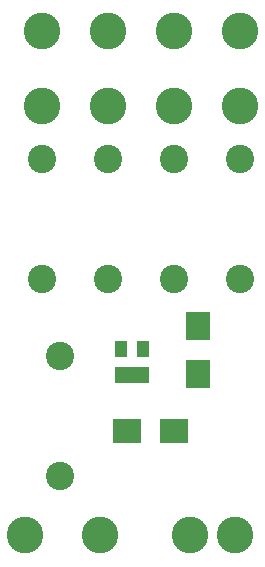
<source format=gts>
G04 #@! TF.FileFunction,Soldermask,Top*
%FSLAX46Y46*%
G04 Gerber Fmt 4.6, Leading zero omitted, Abs format (unit mm)*
G04 Created by KiCad (PCBNEW 4.0.2-stable) date Tue 26 Jul 2016 12:19:11 AM CEST*
%MOMM*%
G01*
G04 APERTURE LIST*
%ADD10C,0.100000*%
%ADD11R,2.000000X2.400000*%
%ADD12R,2.400000X2.000000*%
%ADD13C,2.398980*%
%ADD14R,1.050000X1.460000*%
%ADD15C,3.100000*%
G04 APERTURE END LIST*
D10*
D11*
X170704000Y-118332000D03*
X170704000Y-122332000D03*
D12*
X164640000Y-127190000D03*
X168640000Y-127190000D03*
D13*
X159020000Y-120840000D03*
X159020000Y-131000000D03*
X174244000Y-104140000D03*
X174244000Y-114300000D03*
X157480000Y-104140000D03*
X157480000Y-114300000D03*
X163068000Y-104140000D03*
X163068000Y-114300000D03*
X168656000Y-104140000D03*
X168656000Y-114300000D03*
D14*
X164150000Y-122400000D03*
X165100000Y-122400000D03*
X166050000Y-122400000D03*
X166050000Y-120200000D03*
X164150000Y-120200000D03*
D15*
X170000000Y-136000000D03*
X173810000Y-136000000D03*
X168656000Y-93345000D03*
X168656000Y-99695000D03*
X163068000Y-93345000D03*
X163068000Y-99695000D03*
X157480000Y-93345000D03*
X157480000Y-99695000D03*
X174244000Y-93345000D03*
X174244000Y-99695000D03*
X156000000Y-136000000D03*
X162350000Y-136000000D03*
M02*

</source>
